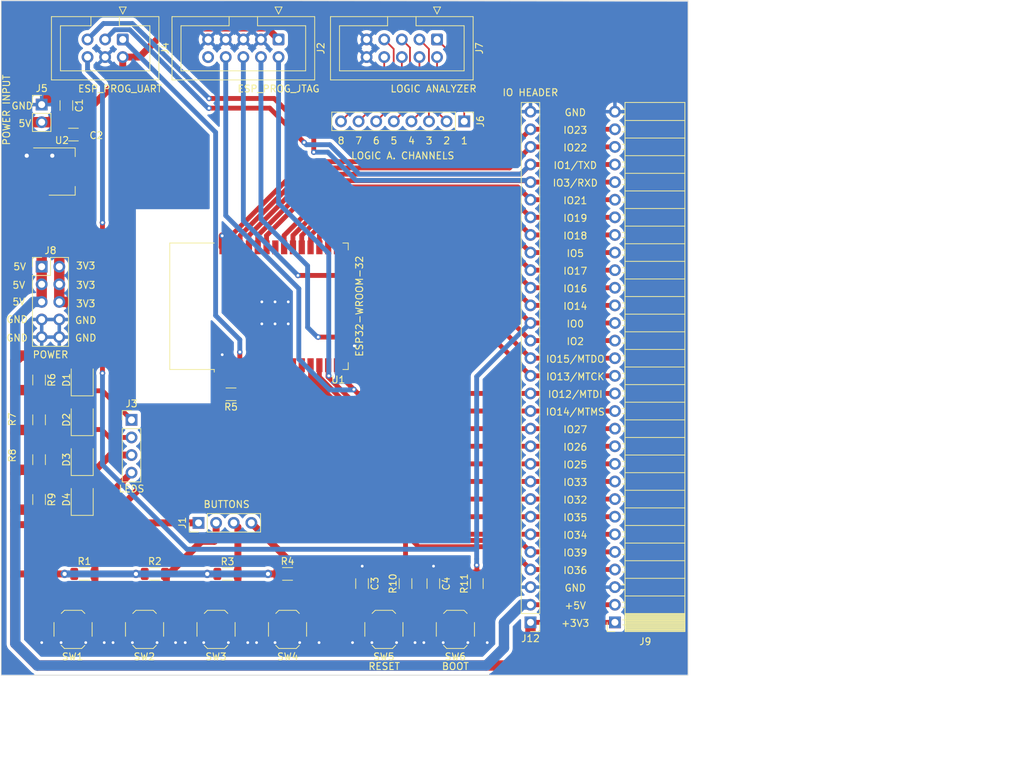
<source format=kicad_pcb>
(kicad_pcb (version 20221018) (generator pcbnew)
  (layers (0 "F.Cu" signal) (31 "B.Cu" signal) (34 "B.Paste" user) (35 "F.Paste" user) (36 "B.SilkS" user "B.Silkscreen") (37 "F.SilkS" user "F.Silkscreen") (38 "B.Mask" user) (39 "F.Mask" user) (44 "Edge.Cuts" user))
  (net 0 "")
  (net 1 "GND")
  (net 2 "+3V3")
  (net 3 "ESP_EN")
  (net 4 "IO36")
  (net 5 "IO39")
  (net 6 "IO34")
  (net 7 "IO35")
  (net 8 "IO32")
  (net 9 "IO33")
  (net 10 "IO25")
  (net 11 "IO26")
  (net 12 "IO27")
  (net 13 "IO14{slash}MTMS")
  (net 14 "IO12{slash}MTDI")
  (net 15 "IO13{slash}MTCK")
  (net 16 "Net-(D1-K)")
  (net 17 "Net-(D1-A)")
  (net 18 "Net-(D2-K)")
  (net 19 "Net-(D2-A)")
  (net 20 "Net-(D3-K)")
  (net 21 "Net-(D3-A)")
  (net 22 "IO15{slash}MTDO")
  (net 23 "IO2")
  (net 24 "IO0")
  (net 25 "IO4")
  (net 26 "IO16")
  (net 27 "IO17")
  (net 28 "IO5")
  (net 29 "IO18")
  (net 30 "IO19")
  (net 31 "Net-(D4-K)")
  (net 32 "IO21")
  (net 33 "IO3{slash}RXD0")
  (net 34 "IO1{slash}TXD0")
  (net 35 "IO22")
  (net 36 "IO23")
  (net 37 "+5V")
  (net 38 "Net-(D4-A)")
  (net 39 "Net-(J1-Pin_1)")
  (net 40 "Net-(J1-Pin_2)")
  (net 41 "Net-(J1-Pin_3)")
  (net 42 "Net-(J1-Pin_4)")
  (net 44 "Net-(J6-Pin_1)")
  (net 45 "Net-(J6-Pin_2)")
  (net 46 "Net-(J6-Pin_3)")
  (net 47 "Net-(J6-Pin_4)")
  (net 48 "Net-(J6-Pin_5)")
  (net 49 "Net-(J6-Pin_6)")
  (net 50 "Net-(J6-Pin_7)")
  (net 51 "Net-(C3-Pad2)")
  (net 52 "Net-(C4-Pad2)")
  (net 53 "Net-(J6-Pin_8)")
  (footprint "Resistor_SMD:R_1206_3216Metric" (layer "F.Cu") (at 93.599 112.297666 -90)
    (fp_text reference "R8")
    (fp_text value "R")
  )
  (footprint "Button_Switch_SMD:SW_SPST_TL3342" (layer "F.Cu") (at 143.3326 136.779 180)
    (fp_text reference "SW5")
    (fp_text value "RESET")
  )
  (footprint "Connector_IDC:IDC-Header_2x05_P2.54mm_Vertical" (layer "F.Cu") (at 128.143 51.689 -90)
    (fp_text reference "J2")
    (fp_text value "ESP_PROG_JTAG")
  )
  (footprint "LED_SMD:LED_1210_3225Metric" (layer "F.Cu") (at 99.822 112.297666 90)
    (fp_text reference "D3")
    (fp_text value "LED")
  )
  (footprint "Connector_PinHeader_2.54mm:PinHeader_1x02_P2.54mm_Vertical" (layer "F.Cu") (at 93.975 61.082)
    (fp_text reference "J5")
    (fp_text value "POWER INPUT")
  )
  (footprint "Capacitor_SMD:C_1206_3216Metric" (layer "F.Cu") (at 150.4692 130.175 -90)
    (fp_text reference "C4")
    (fp_text value "C")
  )
  (footprint "Button_Switch_SMD:SW_SPST_TL3342" (layer "F.Cu") (at 119.126 136.779)
    (fp_text reference "SW3")
    (fp_text value "SW_Push" hide)
  )
  (footprint "Connector_IDC:IDC-Header_2x05_P2.54mm_Vertical" (layer "F.Cu") (at 151.003 51.689 -90)
    (fp_text reference "J7")
    (fp_text value "LOGIC ANALYZER")
  )
  (footprint "Resistor_SMD:R_1206_3216Metric" (layer "F.Cu") (at 121.285 102.87 180)
    (fp_text reference "R5")
    (fp_text value "R")
  )
  (footprint "Resistor_SMD:R_1206_3216Metric" (layer "F.Cu") (at 93.599 100.802334 -90)
    (fp_text reference "R6")
    (fp_text value "R")
  )
  (footprint "Capacitor_SMD:C_1206_3216Metric" (layer "F.Cu") (at 140.1822 130.175 -90)
    (fp_text reference "C3")
    (fp_text value "C")
  )
  (footprint "Package_TO_SOT_SMD:SOT-223-3_TabPin2" (layer "F.Cu") (at 96.901 70.739)
    (fp_text reference "U2")
    (fp_text value "AMS1117-3.3")
  )
  (footprint "LED_SMD:LED_1210_3225Metric" (layer "F.Cu") (at 99.822 100.802334 90)
    (fp_text reference "D1")
    (fp_text value "LED")
  )
  (footprint "Button_Switch_SMD:SW_SPST_TL3342" (layer "F.Cu") (at 98.5012 136.779)
    (fp_text reference "SW1")
    (fp_text value "SW_Push" hide)
  )
  (footprint "Resistor_SMD:R_1206_3216Metric" (layer "F.Cu") (at 156.7438 130.175 90)
    (fp_text reference "R11")
    (fp_text value "R")
  )
  (footprint "Resistor_SMD:R_1206_3216Metric" (layer "F.Cu") (at 93.599 106.55 -90)
    (fp_text reference "R7")
    (fp_text value "R")
  )
  (footprint "Capacitor_SMD:C_1206_3216Metric" (layer "F.Cu") (at 98.552 65.405)
    (fp_text reference "C2")
    (fp_text value "C")
  )
  (footprint "Resistor_SMD:R_1206_3216Metric" (layer "F.Cu") (at 110.2975 128.778)
    (fp_text reference "R2")
    (fp_text value "R")
  )
  (footprint "Connector_IDC:IDC-Header_2x03_P2.54mm_Vertical" (layer "F.Cu") (at 105.669 51.689 -90)
    (fp_text reference "J4")
    (fp_text value "ESP_PROG_UART")
  )
  (footprint "Resistor_SMD:R_1206_3216Metric" (layer "F.Cu") (at 120.777 128.778)
    (fp_text reference "R3")
    (fp_text value "R")
  )
  (footprint "Connector_PinHeader_2.54mm:PinHeader_1x04_P2.54mm_Vertical" (layer "F.Cu") (at 106.934 106.553)
    (fp_text reference "J3")
    (fp_text value "LEDS")
  )
  (footprint "Resistor_SMD:R_1206_3216Metric" (layer "F.Cu") (at 100.1375 128.778)
    (fp_text reference "R1")
    (fp_text value "R")
  )
  (footprint "LED_SMD:LED_1210_3225Metric" (layer "F.Cu") (at 99.822 106.55 90)
    (fp_text reference "D2")
    (fp_text value "LED")
  )
  (footprint "RF_Module:ESP32-WROOM-32" (layer "F.Cu") (at 128.313 90.17 90)
    (fp_text reference "U1")
    (fp_text value "ESP32-WROOM-32")
  )
  (footprint "LED_SMD:LED_1210_3225Metric" (layer "F.Cu") (at 99.822 118.045334 90)
    (fp_text reference "D4")
    (fp_text value "LED")
  )
  (footprint "Resistor_SMD:R_1206_3216Metric" (layer "F.Cu") (at 146.4568 130.175 90)
    (fp_text reference "R10")
    (fp_text value "R")
  )
  (footprint "Connector_PinHeader_2.54mm:PinHeader_1x04_P2.54mm_Vertical" (layer "F.Cu") (at 116.596 121.412 90)
    (fp_text reference "J1")
    (fp_text value "BUTTONS")
  )
  (footprint "Button_Switch_SMD:SW_SPST_TL3342" (layer "F.Cu") (at 153.645 136.779 180)
    (fp_text reference "SW6")
    (fp_text value "BOOT")
  )
  (footprint "Capacitor_SMD:C_1206_3216Metric" (layer "F.Cu") (at 97.536 61.214 -90)
    (fp_text reference "C1")
    (fp_text value "C")
  )
  (footprint "Resistor_SMD:R_1206_3216Metric" (layer "F.Cu") (at 129.4384 128.778)
    (fp_text reference "R4")
    (fp_text value "R")
  )
  (footprint "Button_Switch_SMD:SW_SPST_TL3342" (layer "F.Cu") (at 129.4384 136.779)
    (fp_text reference "SW4")
    (fp_text value "SW_Push" hide)
  )
  (footprint "Resistor_SMD:R_1206_3216Metric" (layer "F.Cu") (at 93.599 118.045334 -90)
    (fp_text reference "R9")
    (fp_text value "R")
  )
  (footprint "Connector_PinHeader_2.54mm:PinHeader_1x30_P2.54mm_Vertical" (layer "F.Cu") (at 164.481415 135.763 180)
    (fp_text reference "J12")
    (fp_text value "IO HEADER")
  )
  (footprint "Connector_PinHeader_2.54mm:PinHeader_2x05_P2.54mm_Vertical" (layer "F.Cu") (at 93.975 84.46)
    (fp_text reference "J8")
    (fp_text value "POWER")
  )
  (footprint "Connector_PinHeader_2.54mm:PinHeader_1x08_P2.54mm_Vertical" (layer "F.Cu") (at 154.925 63.5 -90)
    (fp_text reference "J6")
    (fp_text value "LOGIC A. CHANNELS")
  )
  (footprint "Button_Switch_SMD:SW_SPST_TL3342" (layer "F.Cu") (at 108.8136 136.779)
    (fp_text reference "SW2")
    (fp_text value "SW_Push" hide)
  )
  (footprint "Connector_PinSocket_2.54mm:PinSocket_1x30_P2.54mm_Horizontal" (layer "F.Cu") (at 176.657 135.763 180)
    (fp_text reference "J9")
    (fp_text value "IO HEADER")
  )
  (gr_rect (start 88.138 46.101) (end 187.198 143.383) (stroke (width 0.1)) (fill none) (layer "Edge.Cuts"))
  (gr_text "5" (at 144.78 66.294) (layer "F.SilkS") (effects (font (size 1 1))))
  (gr_text "GND" (at 100.33 92.202) (layer "F.SilkS") (effects (font (size 1 1))))
  (gr_text "GND" (at 170.942 62.23) (layer "F.SilkS") (effects (font (size 1 1))))
  (gr_text "GND" (at 90.424 94.742) (layer "F.SilkS") (effects (font (size 1 1))))
  (gr_text "IO18" (at 170.942 80.01) (layer "F.SilkS") (effects (font (size 1 1))))
  (gr_text "IO19" (at 170.942 77.47) (layer "F.SilkS") (effects (font (size 1 1))))
  (gr_text "IO22" (at 170.942 67.31) (layer "F.SilkS") (effects (font (size 1 1))))
  (gr_text "+3V3" (at 170.942 135.89) (layer "F.SilkS") (effects (font (size 1 1))))
  (gr_text "IO17" (at 170.942 85.09) (layer "F.SilkS") (effects (font (size 1 1))))
  (gr_text "8" (at 137.16 66.294) (layer "F.SilkS") (effects (font (size 1 1))))
  (gr_text "IO15/MTDO" (at 170.942 97.79) (layer "F.SilkS") (effects (font (size 1 1))))
  (gr_text "IO5" (at 170.942 82.55) (layer "F.SilkS") (effects (font (size 1 1))))
  (gr_text "IO16" (at 170.942 87.63) (layer "F.SilkS") (effects (font (size 1 1))))
  (gr_text "IO13/MTCK" (at 170.942 100.33) (layer "F.SilkS") (effects (font (size 1 1))))
  (gr_text "5V" (at 90.551 64.389) (layer "F.SilkS") (effects (font (size 1 1)) (justify left bottom)))
  (gr_text "IO34" (at 170.942 123.19) (layer "F.SilkS") (effects (font (size 1 1))))
  (gr_text "IO35" (at 170.942 120.65) (layer "F.SilkS") (effects (font (size 1 1))))
  (gr_text "1" (at 154.94 66.294) (layer "F.SilkS") (effects (font (size 1 1))))
  (gr_text "IO0" (at 170.942 92.71) (layer "F.SilkS") (effects (font (size 1 1))))
  (gr_text "IO36" (at 170.942 128.27) (layer "F.SilkS") (effects (font (size 1 1))))
  (gr_text "GND" (at 170.942 130.81) (layer "F.SilkS") (effects (font (size 1 1))))
  (gr_text "IO21" (at 170.942 74.93) (layer "F.SilkS") (effects (font (size 1 1))))
  (gr_text "7" (at 139.7 66.294) (layer "F.SilkS") (effects (font (size 1 1))))
  (gr_text "GND" (at 89.535 61.849) (layer "F.SilkS") (effects (font (size 1 1)) (justify left bottom)))
  (gr_text "3V3" (at 100.33 89.789) (layer "F.SilkS") (effects (font (size 1 1))))
  (gr_text "IO3/RXD" (at 170.942 72.39) (layer "F.SilkS") (effects (font (size 1 1))))
  (gr_text "IO25" (at 170.942 113.03) (layer "F.SilkS") (effects (font (size 1 1))))
  (gr_text "IO33" (at 170.942 115.57) (layer "F.SilkS") (effects (font (size 1 1))))
  (gr_text "IO1/TXD" (at 170.942 69.85) (layer "F.SilkS") (effects (font (size 1 1))))
  (gr_text "3" (at 149.86 66.294) (layer "F.SilkS") (effects (font (size 1 1))))
  (gr_text "IO23" (at 170.942 64.77) (layer "F.SilkS") (effects (font (size 1 1))))
  (gr_text "6" (at 142.24 66.294) (layer "F.SilkS") (effects (font (size 1 1))))
  (gr_text "5V" (at 90.678 87.122) (layer "F.SilkS") (effects (font (size 1 1))))
  (gr_text "IO14" (at 170.942 90.17) (layer "F.SilkS") (effects (font (size 1 1))))
  (gr_text "IO32" (at 170.942 118.11) (layer "F.SilkS") (effects (font (size 1 1))))
  (gr_text "IO39" (at 170.942 125.73) (layer "F.SilkS") (effects (font (size 1 1))))
  (gr_text "GND" (at 90.424 92.075) (layer "F.SilkS") (effects (font (size 1 1))))
  (gr_text "IO26" (at 170.942 110.49) (layer "F.SilkS") (effects (font (size 1 1))))
  (gr_text "3V3" (at 100.33 84.328) (layer "F.SilkS") (effects (font (size 1 1))))
  (gr_text "5V" (at 90.805 84.455) (layer "F.SilkS") (effects (font (size 1 1))))
  (gr_text "GND" (at 100.33 94.742) (layer "F.SilkS") (effects (font (size 1 1))))
  (gr_text "IO2" (at 170.942 95.25) (layer "F.SilkS") (effects (font (size 1 1))))
  (gr_text "4" (at 147.32 66.294) (layer "F.SilkS") (effects (font (size 1 1))))
  (gr_text "3V3" (at 100.33 87.122) (layer "F.SilkS") (effects (font (size 1 1))))
  (gr_text "+5V" (at 170.942 133.35) (layer "F.SilkS") (effects (font (size 1 1))))
  (gr_text "IO14/MTMS" (at 170.942 105.41) (layer "F.SilkS") (effects (font (size 1 1))))
  (gr_text "5V" (at 90.678 89.535) (layer "F.SilkS") (effects (font (size 1 1))))
  (gr_text "IO12/MTDI" (at 170.942 102.87) (layer "F.SilkS") (effects (font (size 1 1))))
  (gr_text "IO27" (at 170.942 107.95) (layer "F.SilkS") (effects (font (size 1 1))))
  (gr_text "2" (at 152.4 66.294) (layer "F.SilkS") (effects (font (size 1 1))))
  (segment (start 104.267 138.684) (end 107.061 138.684) (width 1) (layer "F.Cu") (net 1))
  (segment (start 120.015 98.627) (end 120.058 98.67) (width 1) (layer "F.Cu") (net 1))
  (segment (start 97.077 65.405) (end 97.077 66.88) (width 1.5) (layer "F.Cu") (net 1))
  (segment (start 150.4692 127.755489) (end 150.495 127.755489) (width 1) (layer "F.Cu") (net 1))
  (segment (start 93.98 138.684) (end 96.774 138.684) (width 1) (layer "F.Cu") (net 1))
  (segment (start 140.1822 127.6808) (end 140.208 127.655) (width 1) (layer "F.Cu") (net 1))
  (segment (start 95.318 59.739) (end 93.975 61.082) (width 1.5) (layer "F.Cu") (net 1))
  (segment (start 137.568 95.885) (end 139.065 95.885) (width 0.7) (layer "F.Cu") (net 1))
  (segment (start 97.077 66.88) (end 95.504 68.453) (width 1.5) (layer "F.Cu") (net 1))
  (segment (start 149.098 138.684) (end 151.892 138.684) (width 1) (layer "F.Cu") (net 1))
  (segment (start 120.015 80.01) (end 120.015 81.627) (width 1) (layer "F.Cu") (net 1))
  (segment (start 145.161 138.684) (end 147.828 138.684) (width 1) (layer "F.Cu") (net 1))
  (segment (start 110.617 138.684) (end 113.284 138.684) (width 1) (layer "F.Cu") (net 1))
  (segment (start 114.681 138.684) (end 117.348 138.684) (width 1) (layer "F.Cu") (net 1))
  (segment (start 124.968 138.684) (end 127.635 138.684) (width 1) (layer "F.Cu") (net 1))
  (segment (start 97.536 59.739) (end 95.318 59.739) (width 1.5) (layer "F.Cu") (net 1))
  (segment (start 155.448 138.684) (end 158.242 138.684) (width 1) (layer "F.Cu") (net 1))
  (segment (start 131.191 138.684) (end 133.985 138.684) (width 1) (layer "F.Cu") (net 1))
  (segment (start 150.4692 128.7) (end 150.4692 127.755489) (width 1) (layer "F.Cu") (net 1))
  (segment (start 120.015 81.627) (end 120.058 81.67) (width 1) (layer "F.Cu") (net 1))
  (segment (start 120.904 138.684) (end 123.698 138.684) (width 1) (layer "F.Cu") (net 1))
  (segment (start 100.33 138.684) (end 102.997 138.684) (width 1) (layer "F.Cu") (net 1))
  (segment (start 140.1822 128.7) (end 140.1822 127.6808) (width 1) (layer "F.Cu") (net 1))
  (segment (start 138.811 138.684) (end 141.605 138.684) (width 1) (layer "F.Cu") (net 1))
  (segment (start 91.821 68.453) (end 95.504 68.453) (width 1.5) (layer "F.Cu") (net 1))
  (segment (start 120.015 97.155) (end 120.015 98.627) (width 1) (layer "F.Cu") (net 1))
  (via (at 125.73 89.535) (size 0.8) (drill 0.4) (layers "F.Cu" "B.Cu") (net 1))
  (via (at 149.098 138.684) (size 0.8) (drill 0.4) (layers "F.Cu" "B.Cu") (net 1))
  (via (at 102.997 138.684) (size 0.8) (drill 0.4) (layers "F.Cu" "B.Cu") (net 1))
  (via (at 155.448 138.684) (size 0.8) (drill 0.4) (layers "F.Cu" "B.Cu") (net 1))
  (via (at 110.617 138.684) (size 0.8) (drill 0.4) (layers "F.Cu" "B.Cu") (net 1))
  (via (at 138.811 138.684) (size 0.8) (drill 0.4) (layers "F.Cu" "B.Cu") (net 1))
  (via (at 139.065 95.885) (size 0.8) (drill 0.4) (layers "F.Cu" "B.Cu") (net 1))
  (via (at 147.828 138.684) (size 0.8) (drill 0.4) (layers "F.Cu" "B.Cu") (net 1))
  (via (at 93.98 138.684) (size 0.8) (drill 0.4) (layers "F.Cu" "B.Cu") (net 1))
  (via (at 123.698 138.684) (size 0.8) (drill 0.4) (layers "F.Cu" "B.Cu") (net 1))
  (via (at 95.504 68.453) (size 1.2) (drill 0.6) (layers "F.Cu" "B.Cu") (net 1))
  (via (at 127.635 89.535) (size 0.8) (drill 0.4) (layers "F.Cu" "B.Cu") (net 1))
  (via (at 113.284 138.684) (size 0.8) (drill 0.4) (layers "F.Cu" "B.Cu") (net 1))
  (via (at 127.635 138.684) (size 0.8) (drill 0.4) (layers "F.Cu" "B.Cu") (net 1))
  (via (at 100.33 138.684) (size 0.8) (drill 0.4) (layers "F.Cu" "B.Cu") (net 1))
  (via (at 120.015 97.155) (size 0.8) (drill 0.4) (layers "F.Cu" "B.Cu") (net 1))
  (via (at 120.904 138.684) (size 0.8) (drill 0.4) (layers "F.Cu" "B.Cu") (net 1))
  (via (at 114.681 138.684) (size 0.8) (drill 0.4) (layers "F.Cu" "B.Cu") (net 1))
  (via (at 127.635 92.71) (size 0.8) (drill 0.4) (layers "F.Cu" "B.Cu") (net 1))
  (via (at 129.54 89.535) (size 0.8) (drill 0.4) (layers "F.Cu" "B.Cu") (net 1))
  (via (at 141.605 138.684) (size 0.8) (drill 0.4) (layers "F.Cu" "B.Cu") (net 1))
  (via (at 150.495 127.655) (size 0.8) (drill 0.4) (layers "F.Cu" "B.Cu") (net 1))
  (via (at 133.985 138.684) (size 0.8) (drill 0.4) (layers "F.Cu" "B.Cu") (net 1))
  (via (at 104.267 138.684) (size 0.8) (drill 0.4) (layers "F.Cu" "B.Cu") (net 1))
  (via (at 124.968 138.684) (size 0.8) (drill 0.4) (layers "F.Cu" "B.Cu") (net 1))
  (via (at 120.015 80.01) (size 0.8) (drill 0.4) (layers "F.Cu" "B.Cu") (net 1))
  (via (at 129.54 92.71) (size 0.8) (drill 0.4) (layers "F.Cu" "B.Cu") (net 1))
  (via (at 117.348 138.684) (size 0.8) (drill 0.4) (layers "F.Cu" "B.Cu") (net 1))
  (via (at 131.191 138.684) (size 0.8) (drill 0.4) (layers "F.Cu" "B.Cu") (net 1))
  (via (at 107.061 138.684) (size 0.8) (drill 0.4) (layers "F.Cu" "B.Cu") (net 1))
  (via (at 140.208 127.655) (size 0.8) (drill 0.4) (layers "F.Cu" "B.Cu") (net 1))
  (via (at 158.242 138.684) (size 0.8) (drill 0.4) (layers "F.Cu" "B.Cu") (net 1))
  (via (at 151.892 138.684) (size 0.8) (drill 0.4) (layers "F.Cu" "B.Cu") (net 1))
  (via (at 96.774 138.684) (size 0.8) (drill 0.4) (layers "F.Cu" "B.Cu") (net 1))
  (via (at 125.73 92.71) (size 0.8) (drill 0.4) (layers "F.Cu" "B.Cu") (net 1))
  (via (at 91.821 68.453) (size 1.2) (drill 0.6) (layers "F.Cu" "B.Cu") (net 1))
  (via (at 145.161 138.684) (size 0.8) (drill 0.4) (layers "F.Cu" "B.Cu") (net 1))
  (segment (start 93.345 141.986) (end 162.179 141.986) (width 1.5) (layer "F.Cu") (net 2))
  (segment (start 127.9759 128.778) (end 126.619 128.778) (width 1) (layer "F.Cu") (net 2))
  (segment (start 90.17 129.159) (end 90.17 138.811) (width 1.5) (layer "F.Cu") (net 2))
  (segment (start 90.709834 113.760166) (end 90.17 114.3) (width 1.5) (layer "F.Cu") (net 2))
  (segment (start 102.87 121.666) (end 90.17 121.666) (width 1) (layer "F.Cu") (net 2))
  (segment (start 108.835 128.778) (end 107.569 128.778) (width 1) (layer "F.Cu") (net 2))
  (segment (start 97.282 128.778) (end 98.675 128.778) (width 1) (layer "F.Cu") (net 2))
  (segment (start 90.17 108.458) (end 90.17 114.3) (width 1.5) (layer "F.Cu") (net 2))
  (segment (start 90.17 98.044) (end 90.17 101.854) (width 1.5) (layer "F.Cu") (net 2))
  (segment (start 93.599 119.507834) (end 90.296166 119.507834) (width 1.5) (layer "F.Cu") (net 2))
  (segment (start 119.8225 104.7135) (end 102.87 121.666) (width 1) (layer "F.Cu") (net 2))
  (segment (start 90.17 138.811) (end 93.345 141.986) (width 1.5) (layer "F.Cu") (net 2))
  (segment (start 108.077 54.229) (end 105.669 54.229) (width 1) (layer "F.Cu") (net 2))
  (segment (start 90.17 101.854) (end 90.17 108.458) (width 1.5) (layer "F.Cu") (net 2))
  (segment (start 162.179 141.986) (end 164.481415 139.683585) (width 1.5) (layer "F.Cu") (net 2))
  (segment (start 93.599 108.0125) (end 90.6155 108.0125) (width 1.5) (layer "F.Cu") (net 2))
  (segment (start 100.051 70.739) (end 100.051 75.717) (width 1.5) (layer "F.Cu") (net 2))
  (segment (start 126.492 50.038) (end 112.268 50.038) (width 1) (layer "F.Cu") (net 2))
  (segment (start 90.580834 102.264834) (end 90.17 101.854) (width 1.5) (layer "F.Cu") (net 2))
  (segment (start 99.441 96.139) (end 98.298 97.282) (width 1.5) (layer "F.Cu") (net 2))
  (segment (start 90.17 121.666) (end 90.17 129.159) (width 1.5) (layer "F.Cu") (net 2))
  (segment (start 119.3145 128.778) (end 117.856 128.778) (width 1) (layer "F.Cu") (net 2))
  (segment (start 164.481415 139.683585) (end 164.481415 135.7255) (width 1.5) (layer "F.Cu") (net 2))
  (segment (start 100.051 70.739) (end 100.051 65.508) (width 1.5) (layer "F.Cu") (net 2))
  (segment (start 96.515 79.253) (end 96.515 89.54) (width 1.5) (layer "F.Cu") (net 2))
  (segment (start 90.17 117.983) (end 90.17 119.634) (width 1.5) (layer "F.Cu") (net 2))
  (segment (start 90.932 97.282) (end 90.17 98.044) (width 1.5) (layer "F.Cu") (net 2))
  (segment (start 100.027 65.405) (end 100.027 62.533) (width 1) (layer "F.Cu") (net 2))
  (segment (start 176.657 135.763) (end 164.481415 135.763) (width 0.7) (layer "F.Cu") (net 2))
  (segment (start 93.751 70.739) (end 100.051 70.739) (width 1.5) (layer "F.Cu") (net 2))
  (segment (start 100.027 62.533) (end 105.669 56.891) (width 1) (layer "F.Cu") (net 2))
  (segment (start 100.051 75.717) (end 96.515 79.253) (width 1.5) (layer "F.Cu") (net 2))
  (segment (start 96.515 89.54) (end 97.717081 89.54) (width 1.5) (layer "F.Cu") (net 2))
  (segment (start 90.551 128.778) (end 90.17 129.159) (width 1) (layer "F.Cu") (net 2))
  (segment (start 93.599 102.264834) (end 90.580834 102.264834) (width 1.5) (layer "F.Cu") (net 2))
  (segment (start 97.282 128.778) (end 90.551 128.778) (width 1) (layer "F.Cu") (net 2))
  (segment (start 98.298 97.282) (end 90.932 97.282) (width 1.5) (layer "F.Cu") (net 2))
  (segment (start 121.328 101.3645) (end 121.328 98.67) (width 1) (layer "F.Cu") (net 2))
  (segment (start 105.669 56.891) (end 105.669 54.229) (width 1) (layer "F.Cu") (net 2))
  (segment (start 128.143 51.689) (end 126.492 50.038) (width 1) (layer "F.Cu") (net 2))
  (segment (start 97.717081 89.54) (end 99.441 91.263919) (width 1.5) (layer "F.Cu") (net 2))
  (segment (start 93.599 113.760166) (end 90.709834 113.760166) (width 1.5) (layer "F.Cu") (net 2))
  (segment (start 119.8225 102.87) (end 119.8225 104.7135) (width 1) (layer "F.Cu") (net 2))
  (segment (start 99.441 91.263919) (end 99.441 96.139) (width 1.5) (layer "F.Cu") (net 2))
  (segment (start 90.6155 108.0125) (end 90.17 108.458) (width 1.5) (layer "F.Cu") (net 2))
  (segment (start 119.8225 102.87) (end 121.328 101.3645) (width 1) (layer "F.Cu") (net 2))
  (segment (start 112.268 50.038) (end 108.077 54.229) (width 1) (layer "F.Cu") (net 2))
  (segment (start 90.17 114.3) (end 90.17 117.983) (width 1.5) (layer "F.Cu") (net 2))
  (segment (start 90.296166 119.507834) (end 90.17 119.634) (width 1.5) (layer "F.Cu") (net 2))
  (segment (start 90.17 119.634) (end 90.17 121.666) (width 1.5) (layer "F.Cu") (net 2))
  (via (at 117.856 128.778) (size 1.2) (drill 0.6) (layers "F.Cu" "B.Cu") (net 2))
  (via (at 97.282 128.778) (size 1.2) (drill 0.6) (layers "F.Cu" "B.Cu") (net 2))
  (via (at 107.569 128.778) (size 1.2) (drill 0.6) (layers "F.Cu" "B.Cu") (net 2))
  (via (at 126.619 128.778) (size 1.2) (drill 0.6) (layers "F.Cu" "B.Cu") (net 2))
  (segment (start 126.619 128.778) (end 97.282 128.778) (width 1) (layer "B.Cu") (net 2))
  (segment (start 122.598 102.7205) (end 122.598 98.67) (width 1) (layer "F.Cu") (net 3))
  (segment (start 122.555 98.627) (end 122.598 98.67) (width 0.7) (layer "F.Cu") (net 3))
  (segment (start 122.555 96.774) (end 122.555 98.627) (width 0.7) (layer "F.Cu") (net 3))
  (segment (start 146.4568 124.25672) (end 125.07008 102.87) (width 0.7) (layer "F.Cu") (net 3))
  (segment (start 125.07008 102.87) (end 122.7475 102.87) (width 0.7) (layer "F.Cu") (net 3))
  (segment (start 146.4568 128.7125) (end 146.4568 124.25672) (width 0.7) (layer "F.Cu") (net 3))
  (segment (start 122.7475 102.87) (end 122.598 102.7205) (width 1) (layer "F.Cu") (net 3))
  (via (at 122.555 96.774) (size 0.8) (drill 0.4) (layers "F.Cu" "B.Cu") (net 3))
  (segment (start 122.555 96.774) (end 122.555 94.996) (width 0.7) (layer "B.Cu") (net 3))
  (segment (start 122.555 94.996) (end 122.428 94.869) (width 0.7) (layer "B.Cu") (net 3))
  (segment (start 119.065 91.506) (end 122.428 94.869) (width 0.7) (layer "B.Cu") (net 3))
  (segment (start 105.669 51.689) (end 119.065 65.085) (width 0.7) (layer "B.Cu") (net 3))
  (segment (start 119.065 65.085) (end 119.065 91.506) (width 0.7) (layer "B.Cu") (net 3))
  (segment (start 161.190415 124.852) (end 164.481415 128.143) (width 0.7) (layer "F.Cu") (net 4))
  (segment (start 148.324872 124.852) (end 161.190415 124.852) (width 0.7) (layer "F.Cu") (net 4))
  (segment (start 148.324872 124.852) (end 123.868 100.395128) (width 0.7) (layer "F.Cu") (net 4))
  (segment (start 123.868 100.395128) (end 123.868 98.67) (width 0.7) (layer "F.Cu") (net 4))
  (segment (start 164.481415 128.143) (end 176.657 128.143) (width 0.7) (layer "F.Cu") (net 4))
  (segment (start 148.697664 123.952) (end 125.138 100.392336) (width 0.7) (layer "F.Cu") (net 5))
  (segment (start 148.697664 123.952) (end 162.830415 123.952) (width 0.7) (layer "F.Cu") (net 5))
  (segment (start 176.657 125.603) (end 164.481415 125.603) (width 0.7) (layer "F.Cu") (net 5))
  (segment (start 162.830415 123.952) (end 164.481415 125.603) (width 0.7) (layer "F.Cu") (net 5))
  (segment (start 125.138 100.392336) (end 125.138 98.67) (width 0.7) (layer "F.Cu") (net 5))
  (segment (start 126.408 100.389544) (end 126.408 98.67) (width 0.7) (layer "F.Cu") (net 6))
  (segment (start 164.470415 123.052) (end 149.070456 123.052) (width 0.7) (layer "F.Cu") (net 6))
  (segment (start 149.070456 123.052) (end 126.408 100.389544) (width 0.7) (layer "F.Cu") (net 6))
  (segment (start 164.481415 123.063) (end 176.657 123.063) (width 0.7) (layer "F.Cu") (net 6))
  (segment (start 164.481415 123.063) (end 164.470415 123.052) (width 0.7) (layer "F.Cu") (net 6))
  (segment (start 147.814248 120.523) (end 127.678 100.386752) (width 0.7) (layer "F.Cu") (net 7))
  (segment (start 164.481415 120.523) (end 147.814248 120.523) (width 0.7) (layer "F.Cu") (net 7))
  (segment (start 176.657 120.523) (end 164.481415 120.523) (width 0.7) (layer "F.Cu") (net 7))
  (segment (start 127.678 100.386752) (end 127.678 98.67) (width 0.7) (layer "F.Cu") (net 7))
  (segment (start 164.481415 117.983) (end 176.657 117.983) (width 0.7) (layer "F.Cu") (net 8))
  (segment (start 164.481415 117.983) (end 146.54704 117.983) (width 0.7) (layer "F.Cu") (net 8))
  (segment (start 146.54704 117.983) (end 128.948 100.38396) (width 0.7) (layer "F.Cu") (net 8))
  (segment (start 128.948 100.38396) (end 128.948 98.67) (width 0.7) (layer "F.Cu") (net 8))
  (segment (start 130.218 100.381168) (end 130.218 98.67) (width 0.7) (layer "F.Cu") (net 9))
  (segment (start 176.657 115.443) (end 164.481415 115.443) (width 0.7) (layer "F.Cu") (net 9))
  (segment (start 145.279832 115.443) (end 130.218 100.381168) (width 0.7) (layer "F.Cu") (net 9))
  (segment (start 164.481415 115.443) (end 145.279832 115.443) (width 0.7) (layer "F.Cu") (net 9))
  (segment (start 164.481415 112.903) (end 176.657 112.903) (width 0.7) (layer "F.Cu") (net 10))
  (segment (start 144.012624 112.903) (end 131.488 100.378376) (width 0.7) (layer "F.Cu") (net 10))
  (segment (start 164.481415 112.903) (end 144.012624 112.903) (width 0.7) (layer "F.Cu") (net 10))
  (segment (start 131.488 100.378376) (end 131.488 98.67) (width 0.7) (layer "F.Cu") (net 10))
  (segment (start 142.707916 110.3255) (end 132.758 100.375584) (width 0.7) (layer "F.Cu") (net 11))
  (segment (start 176.657 110.363) (end 164.481415 110.363) (width 0.7) (layer "F.Cu") (net 11))
  (segment (start 132.758 100.375584) (end 132.758 98.67) (width 0.7) (layer "F.Cu") (net 11))
  (segment (start 164.481415 110.363) (end 142.745416 110.363) (width 0.7) (layer "F.Cu") (net 11))
  (segment (start 141.478208 107.823) (end 134.028 100.372792) (width 0.7) (layer "F.Cu") (net 12))
  (segment (start 164.481415 107.823) (end 141.478208 107.823) (width 0.7) (layer "F.Cu") (net 12))
  (segment (start 134.028 100.372792) (end 134.028 98.67) (width 0.7) (layer "F.Cu") (net 12))
  (segment (start 164.481415 107.823) (end 176.657 107.823) (width 0.7) (layer "F.Cu") (net 12))
  (segment (start 176.657 105.283) (end 164.481415 105.283) (width 0.7) (layer "F.Cu") (net 13))
  (segment (start 140.211 105.283) (end 135.298 100.37) (width 0.7) (layer "F.Cu") (net 13))
  (segment (start 135.298 100.119) (end 135.298 98.67) (width 0.7) (layer "F.Cu") (net 13))
  (segment (start 135.382 100.203) (end 135.298 100.119) (width 0.7) (layer "F.Cu") (net 13))
  (segment (start 135.298 100.37) (end 135.298 100.287) (width 0.7) (layer "F.Cu") (net 13))
  (segment (start 135.298 100.287) (end 135.382 100.203) (width 0.7) (layer "F.Cu") (net 13))
  (segment (start 164.481415 105.283) (end 140.211 105.283) (width 0.7) (layer "F.Cu") (net 13))
  (via (at 135.382 100.203) (size 0.8) (drill 0.4) (layers "F.Cu" "B.Cu") (net 13))
  (segment (start 128.143 75.311) (end 135.382 82.55) (width 0.7) (layer "B.Cu") (net 13))
  (segment (start 128.143 54.229) (end 128.143 75.311) (width 0.7) (layer "B.Cu") (net 13))
  (segment (start 135.382 82.55) (end 135.382 100.203) (width 0.7) (layer "B.Cu") (net 13))
  (segment (start 136.568 99.738) (end 136.568 98.67) (width 0.7) (layer "F.Cu") (net 14))
  (segment (start 164.481415 102.743) (end 139.573 102.743) (width 0.7) (layer "F.Cu") (net 14))
  (segment (start 139.573 102.743) (end 139.0015 102.1715) (width 0.7) (layer "F.Cu") (net 14))
  (segment (start 164.481415 102.743) (end 176.657 102.743) (width 0.7) (layer "F.Cu") (net 14))
  (segment (start 139.0015 102.1715) (end 136.568 99.738) (width 0.7) (layer "F.Cu") (net 14))
  (via (at 139.0015 102.1715) (size 0.8) (drill 0.4) (layers "F.Cu" "B.Cu") (net 14))
  (segment (start 131.064 87.632792) (end 120.523 77.091792) (width 0.7) (layer "B.Cu") (net 14))
  (segment (start 135.509 102.235) (end 131.064 97.79) (width 0.7) (layer "B.Cu") (net 14))
  (segment (start 120.523 77.091792) (end 120.523 54.229) (width 0.7) (layer "B.Cu") (net 14))
  (segment (start 131.064 97.79) (end 131.064 87.632792) (width 0.7) (layer "B.Cu") (net 14))
  (segment (start 139.0015 102.1715) (end 138.938 102.235) (width 0.7) (layer "B.Cu") (net 14))
  (segment (start 138.938 102.235) (end 135.509 102.235) (width 0.7) (layer "B.Cu") (net 14))
  (segment (start 164.481415 100.203) (end 176.657 100.203) (width 0.7) (layer "F.Cu") (net 15))
  (segment (start 158.893415 94.615) (end 137.568 94.615) (width 0.7) (layer "F.Cu") (net 15))
  (segment (start 133.858 94.615) (end 137.568 94.615) (width 0.7) (layer "F.Cu") (net 15))
  (segment (start 164.481415 100.203) (end 158.893415 94.615) (width 0.7) (layer "F.Cu") (net 15))
  (via (at 133.858 94.615) (size 0.8) (drill 0.4) (layers "F.Cu" "B.Cu") (net 15))
  (segment (start 132.334 84.328) (end 132.334 93.218) (width 0.7) (layer "B.Cu") (net 15))
  (segment (start 125.603 77.597) (end 132.334 84.328) (width 0.7) (layer "B.Cu") (net 15))
  (segment (start 125.603 54.229) (end 125.603 77.597) (width 0.7) (layer "B.Cu") (net 15))
  (segment (start 133.731 94.615) (end 133.858 94.615) (width 0.7) (layer "B.Cu") (net 15))
  (segment (start 132.334 93.218) (end 133.731 94.615) (width 0.7) (layer "B.Cu") (net 15))
  (segment (start 99.981666 102.362) (end 102.743 102.362) (width 0.7) (layer "F.Cu") (net 16))
  (segment (start 99.822 102.202334) (end 99.981666 102.362) (width 0.7) (layer "F.Cu") (net 16))
  (segment (start 102.743 102.362) (end 106.934 106.553) (width 0.7) (layer "F.Cu") (net 16))
  (segment (start 93.599 99.339834) (end 99.7595 99.339834) (width 1) (layer "F.Cu") (net 17))
  (segment (start 99.7595 99.339834) (end 99.822 99.402334) (width 1) (layer "F.Cu") (net 17))
  (segment (start 99.822 107.95) (end 102.616 107.95) (width 0.7) (layer "F.Cu") (net 18))
  (segment (start 103.759 109.093) (end 106.934 109.093) (width 0.7) (layer "F.Cu") (net 18))
  (segment (start 102.616 107.95) (end 103.759 109.093) (width 0.7) (layer "F.Cu") (net 18))
  (segment (start 99.822 105.15) (end 93.6615 105.15) (width 1) (layer "F.Cu") (net 19))
  (segment (start 93.6615 105.15) (end 93.599 105.0875) (width 1) (layer "F.Cu") (net 19))
  (segment (start 101.821334 113.697666) (end 103.886 111.633) (width 1) (layer "F.Cu") (net 20))
  (segment (start 103.886 111.633) (end 106.934 111.633) (width 1) (layer "F.Cu") (net 20))
  (segment (start 101.821334 113.697666) (end 99.822 113.697666) (width 1) (layer "F.Cu") (net 20))
  (segment (start 99.7595 110.835166) (end 99.822 110.897666) (width 1) (layer "F.Cu") (net 21))
  (segment (start 93.599 110.835166) (end 99.7595 110.835166) (width 1) (layer "F.Cu") (net 21))
  (segment (start 152.543415 85.725) (end 137.568 85.725) (width 0.7) (layer "F.Cu") (net 22))
  (segment (start 164.481415 97.663) (end 176.657 97.663) (width 0.7) (layer "F.Cu") (net 22))
  (segment (start 137.568 85.725) (end 130.937 85.725) (width 0.7) (layer "F.Cu") (net 22))
  (segment (start 164.481415 97.663) (end 152.543415 85.725) (width 0.7) (layer "F.Cu") (net 22))
  (via (at 130.937 85.725) (size 0.8) (drill 0.4) (layers "F.Cu" "B.Cu") (net 22))
  (segment (start 123.063 77.851) (end 130.937 85.725) (width 0.7) (layer "B.Cu") (net 22))
  (segment (start 123.063 54.229) (end 123.063 77.851) (width 0.7) (layer "B.Cu") (net 22))
  (segment (start 164.481415 95.123) (end 176.657 95.123) (width 0.7) (layer "F.Cu") (net 23))
  (segment (start 153.813415 84.455) (end 137.568 84.455) (width 0.7) (layer "F.Cu") (net 23))
  (segment (start 164.481415 95.123) (end 153.813415 84.455) (width 0.7) (layer "F.Cu") (net 23))
  (segment (start 136.525 80.01) (end 136.525 81.627) (width 0.7) (layer "F.Cu") (net 24))
  (segment (start 136.525 81.627) (end 136.568 81.67) (width 0.7) (layer "F.Cu") (net 24))
  (segment (start 156.7438 127.5338) (end 156.718 127.508) (width 0.7) (layer "F.Cu") (net 24))
  (segment (start 156.7438 128.7125) (end 156.7438 127.5338) (width 0.7) (layer "F.Cu") (net 24))
  (segment (start 164.481415 92.583) (end 176.657 92.583) (width 0.7) (layer "F.Cu") (net 24))
  (segment (start 137.278 79.257) (end 136.525 80.01) (width 0.7) (layer "F.Cu") (net 24))
  (segment (start 164.481415 92.583) (end 151.155415 79.257) (width 0.7) (layer "F.Cu") (net 24))
  (segment (start 151.155415 79.257) (end 137.278 79.257) (width 0.7) (layer "F.Cu") (net 24))
  (segment (start 102.743 78.105) (end 102.743 99.822) (width 0.7) (layer "F.Cu") (net 24))
  (via (at 102.743 78.105) (size 0.8) (drill 0.4) (layers "F.Cu" "B.Cu") (net 24))
  (via (at 102.743 99.822) (size 0.8) (drill 0.4) (layers "F.Cu" "B.Cu") (net 24))
  (via (at 156.718 127.508) (size 0.8) (drill 0.4) (layers "F.Cu" "B.Cu") (net 24))
  (segment (start 156.718 126.619) (end 156.718 125.222) (width 0.7) (layer "B.Cu") (net 24))
  (segment (start 156.718 125.222) (end 156.718 100.308915) (width 0.7) (layer "B.Cu") (net 24))
  (segment (start 102.743 78.105) (end 102.743 58.293) (width 0.7) (layer "B.Cu") (net 24))
  (segment (start 102.743 113.03) (end 114.935 125.222) (width 0.7) (layer "B.Cu") (net 24))
  (segment (start 102.743 99.822) (end 102.743 113.03) (width 0.7) (layer "B.Cu") (net 24))
  (segment (start 156.718 100.308915) (end 164.481415 92.5455) (width 0.7) (layer "B.Cu") (net 24))
  (segment (start 156.718 127.508) (end 156.718 126.619) (width 0.7) (layer "B.Cu") (net 24))
  (segment (start 102.743 58.293) (end 100.589 56.139) (width 0.7) (layer "B.Cu") (net 24))
  (segment (start 114.935 125.222) (end 156.718 125.222) (width 0.7) (layer "B.Cu") (net 24))
  (segment (start 100.589 56.139) (end 100.589 54.229) (width 0.7) (layer "B.Cu") (net 24))
  (segment (start 164.481415 90.043) (end 152.795415 78.357) (width 0.7) (layer "F.Cu") (net 25))
  (segment (start 136.905208 78.357) (end 135.298 79.964208) (width 0.7) (layer "F.Cu") (net 25))
  (segment (start 152.795415 78.357) (end 136.905208 78.357) (width 0.7) (layer "F.Cu") (net 25))
  (segment (start 135.298 79.964208) (end 135.298 81.67) (width 0.7) (layer "F.Cu") (net 25))
  (segment (start 164.481415 90.043) (end 176.657 90.043) (width 0.7) (layer "F.Cu") (net 25))
  (segment (start 136.532416 77.457) (end 134.028 79.961416) (width 0.7) (layer "F.Cu") (net 26))
  (segment (start 164.481415 87.503) (end 154.435415 77.457) (width 0.7) (layer "F.Cu") (net 26))
  (segment (start 134.028 79.961416) (end 134.028 81.67) (width 0.7) (layer "F.Cu") (net 26))
  (segment (start 164.481415 87.503) (end 176.657 87.503) (width 0.7) (layer "F.Cu") (net 26))
  (segment (start 154.435415 77.457) (end 136.532416 77.457) (width 0.7) (layer "F.Cu") (net 26))
  (segment (start 156.075415 76.557) (end 136.159624 76.557) (width 0.7) (layer "F.Cu") (net 27))
  (segment (start 164.481415 84.963) (end 176.657 84.963) (width 0.7) (layer "F.Cu") (net 27))
  (segment (start 136.159624 76.557) (end 132.758 79.958624) (width 0.7) (layer "F.Cu") (net 27))
  (segment (start 164.481415 84.963) (end 156.075415 76.557) (width 0.7) (layer "F.Cu") (net 27))
  (segment (start 132.758 79.958624) (end 132.758 81.67) (width 0.7) (layer "F.Cu") (net 27))
  (segment (start 135.786832 75.657) (end 131.488 79.955832) (width 0.7) (layer "F.Cu") (net 28))
  (segment (start 164.481415 82.423) (end 157.715415 75.657) (width 0.7) (layer "F.Cu") (net 28))
  (segment (start 157.715415 75.657) (end 135.786832 75.657) (width 0.7) (layer "F.Cu") (net 28))
  (segment (start 131.488 79.955832) (end 131.488 81.67) (width 0.7) (layer "F.Cu") (net 28))
  (segment (start 164.481415 82.423) (end 176.657 82.423) (width 0.7) (layer "F.Cu") (net 28))
  (segment (start 164.481415 79.883) (end 176.657 79.883) (width 0.7) (layer "F.Cu") (net 29))
  (segment (start 164.481415 79.883) (end 159.355415 74.757) (width 0.7) (layer "F.Cu") (net 29))
  (segment (start 130.218 79.95304) (end 130.218 81.67) (width 0.7) (layer "F.Cu") (net 29))
  (segment (start 135.41404 74.757) (end 130.218 79.95304) (width 0.7) (layer "F.Cu") (net 29))
  (segment (start 159.355415 74.757) (end 135.41404 74.757) (width 0.7) (layer "F.Cu") (net 29))
  (segment (start 128.948 79.950248) (end 128.948 81.67) (width 0.7) (layer "F.Cu") (net 30))
  (segment (start 160.995415 73.857) (end 135.041248 73.857) (width 0.7) (layer "F.Cu") (net 30))
  (segment (start 164.481415 77.343) (end 176.657 77.343) (width 0.7) (layer "F.Cu") (net 30))
  (segment (start 164.481415 77.343) (end 160.995415 73.857) (width 0.7) (layer "F.Cu") (net 30))
  (segment (start 135.041248 73.857) (end 128.948 79.950248) (width 0.7) (layer "F.Cu") (net 30))
  (segment (start 106.934 114.173) (end 101.661666 119.445334) (width 1) (layer "F.Cu") (net 31))
  (segment (start 101.661666 119.445334) (end 99.822 119.445334) (width 1) (layer "F.Cu") (net 31))
  (segment (start 162.635415 72.957) (end 133.423792 72.957) (width 0.7) (layer "F.Cu") (net 32))
  (segment (start 126.408 79.972792) (end 126.408 81.67) (width 0.7) (layer "F.Cu") (net 32))
  (segment (start 164.481415 74.803) (end 162.635415 72.957) (width 0.7) (layer "F.Cu") (net 32))
  (segment (start 133.423792 72.957) (end 126.408 79.972792) (width 0.7) (layer "F.Cu") (net 32))
  (segment (start 164.481415 74.803) (end 176.657 74.803) (width 0.7) (layer "F.Cu") (net 32))
  (segment (start 164.275415 72.057) (end 133.051 72.057) (width 0.7) (layer "F.Cu") (net 33))
  (segment (start 125.138 79.97) (end 125.138 81.67) (width 0.7) (layer "F.Cu") (net 33))
  (segment (start 133.051 72.057) (end 125.138 79.97) (width 0.7) (layer "F.Cu") (net 33))
  (segment (start 127.508 60.198) (end 118.11 60.198) (width 0.7) (layer "F.Cu") (net 33))
  (segment (start 164.481415 72.2255) (end 164.312915 72.057) (width 0.7) (layer "F.Cu") (net 33))
  (segment (start 133.223 67.945) (end 133.223 65.913) (width 0.7) (layer "F.Cu") (net 33))
  (segment (start 164.481415 72.263) (end 176.657 72.263) (width 0.7) (layer "F.Cu") (net 33))
  (segment (start 164.481415 72.263) (end 164.275415 72.057) (width 0.7) (layer "F.Cu") (net 33))
  (segment (start 133.223 65.913) (end 127.508 60.198) (width 0.7) (layer "F.Cu") (net 33))
  (via (at 133.223 67.945) (size 0.8) (drill 0.4) (layers "F.Cu" "B.Cu") (net 33))
  (via (at 118.11 60.198) (size 0.8) (drill 0.4) (layers "F.Cu" "B.Cu") (net 33))
  (segment (start 133.223 67.945) (end 135.255 67.945) (width 0.7) (layer "B.Cu") (net 33))
  (segment (start 164.264915 72.009) (end 164.481415 72.2255) (width 0.7) (layer "B.Cu") (net 33))
  (segment (start 135.255 67.945) (end 139.319 72.009) (width 0.7) (layer "B.Cu") (net 33))
  (segment (start 102.889 49.389) (end 107.049792 49.389) (width 0.7) (layer "B.Cu") (net 33))
  (segment (start 139.319 72.009) (end 164.264915 72.009) (width 0.7) (layer "B.Cu") (net 33))
  (segment (start 107.049792 49.389) (end 118.11 60.198) (width 0.7) (layer "B.Cu") (net 33))
  (segment (start 100.589 51.689) (end 102.889 49.389) (width 0.7) (layer "B.Cu") (net 33))
  (segment (start 131.826 66.548) (end 126.873 61.595) (width 0.7) (layer "F.Cu") (net 34))
  (segment (start 164.481415 69.723) (end 176.657 69.723) (width 0.7) (layer "F.Cu") (net 34))
  (segment (start 163.084415 71.12) (end 132.715 71.12) (width 0.7) (layer "F.Cu") (net 34))
  (segment (start 132.715 71.12) (end 123.868 79.967) (width 0.7) (layer "F.Cu") (net 34))
  (segment (start 164.481415 69.723) (end 163.084415 71.12) (width 0.7) (layer "F.Cu") (net 34))
  (segment (start 123.868 79.967) (end 123.868 81.67) (width 0.7) (layer "F.Cu") (net 34))
  (segment (start 126.873 61.595) (end 118.11 61.595) (width 0.7) (layer "F.Cu") (net 34))
  (via (at 118.11 61.595) (size 0.8) (drill 0.4) (layers "F.Cu" "B.Cu") (net 34))
  (via (at 131.826 66.548) (size 0.8) (drill 0.4) (layers "F.Cu" "B.Cu") (net 34))
  (segment (start 139.762503 71.109) (end 163.057915 71.109) (width 0.7) (layer "B.Cu") (net 34))
  (segment (start 132.146 66.868) (end 131.826 66.548) (width 0.7) (layer "B.Cu") (net 34))
  (segment (start 117.983 61.595) (end 106.677 50.289) (width 0.7) (layer "B.Cu") (net 34))
  (segment (start 104.529 50.289) (end 103.129 51.689) (width 0.7) (layer "B.Cu") (net 34))
  (segment (start 135.521503 66.868) (end 139.762503 71.109) (width 0.7) (layer "B.Cu") (net 34))
  (segment (start 135.521503 66.868) (end 132.146 66.868) (width 0.7) (layer "B.Cu") (net 34))
  (segment (start 163.057915 71.109) (end 164.481415 69.6855) (width 0.7) (layer "B.Cu") (net 34))
  (segment (start 118.11 61.595) (end 117.983 61.595) (width 0.7) (layer "B.Cu") (net 34))
  (segment (start 106.677 50.289) (end 104.529 50.289) (width 0.7) (layer "B.Cu") (net 34))
  (segment (start 161.444415 70.22) (end 132.342208 70.22) (width 0.7) (layer "F.Cu") (net 35))
  (segment (start 122.598 79.964208) (end 122.598 81.67) (width 0.7) (layer "F.Cu") (net 35))
  (segment (start 164.481415 67.183) (end 161.444415 70.22) (width 0.7) (layer "F.Cu") (net 35))
  (segment (start 164.481415 67.183) (end 176.657 67.183) (width 0.7) (layer "F.Cu") (net 35))
  (segment (start 132.342208 70.22) (end 122.598 79.964208) (width 0.7) (layer "F.Cu") (net 35))
  (segment (start 164.481415 64.643) (end 159.804415 69.32) (width 0.7) (layer "F.Cu") (net 36))
  (segment (start 121.328 79.961416) (end 121.328 81.67) (width 0.7) (layer "F.Cu") (net 36))
  (segment (start 164.481415 64.643) (end 176.657 64.643) (width 0.7) (layer "F.Cu") (net 36))
  (segment (start 159.804415 69.32) (end 131.969416 69.32) (width 0.7) (layer "F.Cu") (net 36))
  (segment (start 131.969416 69.32) (end 121.328 79.961416) (width 0.7) (layer "F.Cu") (net 36))
  (segment (start 164.481415 133.223) (end 176.657 133.223) (width 0.7) (layer "F.Cu") (net 37))
  (segment (start 89.662 74.803) (end 93.975 79.116) (width 1.5) (layer "F.Cu") (net 37))
  (segment (start 93.975 63.622) (end 95.177081 63.622) (width 1.5) (layer "F.Cu") (net 37))
  (segment (start 93.975 84.46) (end 93.975 89.54) (width 1.5) (layer "F.Cu") (net 37))
  (segment (start 93.975 79.116) (end 93.975 84.46) (width 1.5) (layer "F.Cu") (net 37))
  (segment (start 96.110081 62.689) (end 97.536 62.689) (width 1.5) (layer "F.Cu") (net 37))
  (segment (start 90.184 73.039) (end 89.662 72.517) (width 1.5) (layer "F.Cu") (net 37))
  (segment (start 95.177081 63.622) (end 96.110081 62.689) (width 1.5) (layer "F.Cu") (net 37))
  (segment (start 93.975 63.622) (end 92.08 63.622) (width 1.5) (layer "F.Cu") (net 37))
  (segment (start 89.662 72.517) (end 89.662 74.803) (width 1.5) (layer "F.Cu") (net 37))
  (segment (start 93.751 73.039) (end 90.184 73.039) (width 1.5) (layer "F.Cu") (net 37))
  (segment (start 89.662 66.04) (end 89.662 72.517) (width 1.5) (layer "F.Cu") (net 37))
  (segment (start 92.08 63.622) (end 89.662 66.04) (width 1.5) (layer "F.Cu") (net 37))
  (segment (start 90.17 92.142919) (end 92.772919 89.54) (width 1.5) (layer "B.Cu") (net 37))
  (segment (start 163.279334 133.1855) (end 160.655 135.809834) (width 1.5) (layer "B.Cu") (net 37))
  (segment (start 160.655 139.446) (end 158.115 141.986) (width 1.5) (layer "B.Cu") (net 37))
  (segment (start 92.772919 89.54) (end 93.975 89.54) (width 1.5) (layer "B.Cu") (net 37))
  (segment (start 164.481415 133.1855) (end 163.279334 133.1855) (width 1.5) (layer "B.Cu") (net 37))
  (segment (start 90.17 138.811) (end 90.17 92.142919) (width 1.5) (layer "B.Cu") (net 37))
  (segment (start 160.655 135.809834) (end 160.655 139.446) (width 1.5) (layer "B.Cu") (net 37))
  (segment (start 93.345 141.986) (end 90.17 138.811) (width 1.5) (layer "B.Cu") (net 37))
  (segment (start 158.115 141.986) (end 93.345 141.986) (width 1.5) (layer "B.Cu") (net 37))
  (segment (start 99.7595 116.582834) (end 99.822 116.645334) (width 1) (layer "F.Cu") (net 38))
  (segment (start 93.599 116.582834) (end 99.7595 116.582834) (width 1) (layer "F.Cu") (net 38))
  (segment (start 106.426 121.412) (end 116.596 121.412) (width 1) (layer "F.Cu") (net 39))
  (segment (start 101.6512 126.1868) (end 106.426 121.412) (width 1) (layer "F.Cu") (net 39))
  (segment (start 101.6512 134.879) (end 101.6512 126.1868) (width 1) (layer "F.Cu") (net 39))
  (segment (start 101.6512 134.879) (end 95.3512 134.879) (width 1) (layer "F.Cu") (net 39))
  (segment (start 111.9636 134.879) (end 105.6636 134.879) (width 1) (layer "F.Cu") (net 40))
  (segment (start 119.136 123.815) (end 119.136 121.412) (width 1) (layer "F.Cu") (net 40))
  (segment (start 111.9636 134.879) (end 111.9636 129.143422) (width 1) (layer "F.Cu") (net 40))
  (segment (start 111.9636 129.143422) (end 117.028022 124.079) (width 1) (layer "F.Cu") (net 40))
  (segment (start 118.872 124.079) (end 119.136 123.815) (width 1) (layer "F.Cu") (net 40))
  (segment (start 117.028022 124.079) (end 118.872 124.079) (width 1) (layer "F.Cu") (net 40))
  (segment (start 122.276 134.879) (end 115.976 134.879) (width 1) (layer "F.Cu") (net 41))
  (segment (start 122.276 122.012) (end 121.676 121.412) (width 1) (layer "F.Cu") (net 41))
  (segment (start 122.276 134.879) (end 122.276 122.012) (width 1) (layer "F.Cu") (net 41))
  (segment (start 132.5884 129.7844) (end 124.216 121.412) (width 1) (layer "F.Cu") (net 42))
  (segment (start 132.5884 134.879) (end 126.2884 134.879) (width 1) (layer "F.Cu") (net 42))
  (segment (start 132.5884 134.879) (end 132.5884 129.7844) (width 1) (layer "F.Cu") (net 42))
  (segment (start 154.925 55.611) (end 154.925 63.5) (width 0.25) (layer "F.Cu") (net 44))
  (segment (start 151.003 51.689) (end 154.925 55.611) (width 0.25) (layer "F.Cu") (net 44))
  (segment (start 151.003 54.229) (end 151.003 62.118) (width 0.25) (layer "F.Cu") (net 45))
  (segment (start 151.003 62.118) (end 152.385 63.5) (width 0.25) (layer "F.Cu") (net 45))
  (segment (start 149.828489 53.054489) (end 149.828489 63.483489) (width 0.25) (layer "F.Cu") (net 46))
  (segment (start 148.463 51.689) (end 149.828489 53.054489) (width 0.25) (layer "F.Cu") (net 46))
  (segment (start 149.828489 63.483489) (end 149.845 63.5) (width 0.25) (layer "F.Cu") (net 46))
  (segment (start 148.463 62.342) (end 147.305 63.5) (width 0.25) (layer "F.Cu") (net 47))
  (segment (start 148.463 54.229) (end 148.463 62.342) (width 0.25) (layer "F.Cu") (net 47))
  (segment (start 147.097511 52.863511) (end 147.097511 61.167489) (width 0.25) (layer "F.Cu") (net 48))
  (segment (start 147.097511 61.167489) (end 144.765 63.5) (width 0.25) (layer "F.Cu") (net 48))
  (segment (start 145.923 51.689) (end 147.097511 52.863511) (width 0.25) (layer "F.Cu") (net 48))
  (segment (start 145.923 59.802) (end 142.225 63.5) (width 0.25) (layer "F.Cu") (net 49))
  (segment (start 145.923 54.229) (end 145.923 59.802) (width 0.25) (layer "F.Cu") (net 49))
  (segment (start 144.748489 53.054489) (end 144.748489 58.436511) (width 0.25) (layer "F.Cu") (net 50))
  (segment (start 143.383 51.689) (end 144.748489 53.054489) (width 0.25) (layer "F.Cu") (net 50))
  (segment (start 144.748489 58.436511) (end 139.685 63.5) (width 0.25) (layer "F.Cu") (net 50))
  (segment (start 140.1826 134.879) (end 140.1826 131.6504) (width 1) (layer "F.Cu") (net 51))
  (segment (start 146.4568 134.8532) (end 146.4826 134.879) (width 1) (layer "F.Cu") (net 51))
  (segment (start 146.4568 131.6375) (end 146.4568 134.8532) (width 1) (layer "F.Cu") (net 51))
  (segment (start 146.4826 134.879) (end 140.1826 134.879) (width 1) (layer "F.Cu") (net 51))
  (segment (start 156.795 131.6887) (end 156.7438 131.6375) (width 1) (layer "F.Cu") (net 52))
  (segment (start 150.495 131.6758) (end 150.4692 131.65) (width 1) (layer "F.Cu") (net 52))
  (segment (start 150.495 134.879) (end 150.495 131.6758) (width 1) (layer "F.Cu") (net 52))
  (segment (start 156.795 134.879) (end 156.795 131.6887) (width 1) (layer "F.Cu") (net 52))
  (segment (start 156.795 134.879) (end 150.495 134.879) (width 1) (layer "F.Cu") (net 52))
  (segment (start 143.383 54.229) (end 143.383 57.262) (width 0.25) (layer "F.Cu") (net 53))
  (segment (start 143.383 57.262) (end 137.145 63.5) (width 0.25) (layer "F.Cu") (net 53))
  (zone (net 1) (net_name "GND") (layer "B.Cu") (connect_pads (clearance 0.508)) (min_thickness 0.254) (fill yes (thermal_gap 0.508) (thermal_bridge_width 0.508))
    (polygon (pts (xy 187.452 46.228) (xy 187.452 143.383) (xy 88.138 143.383) (xy 88.138 46.101)))
  )
)
</source>
